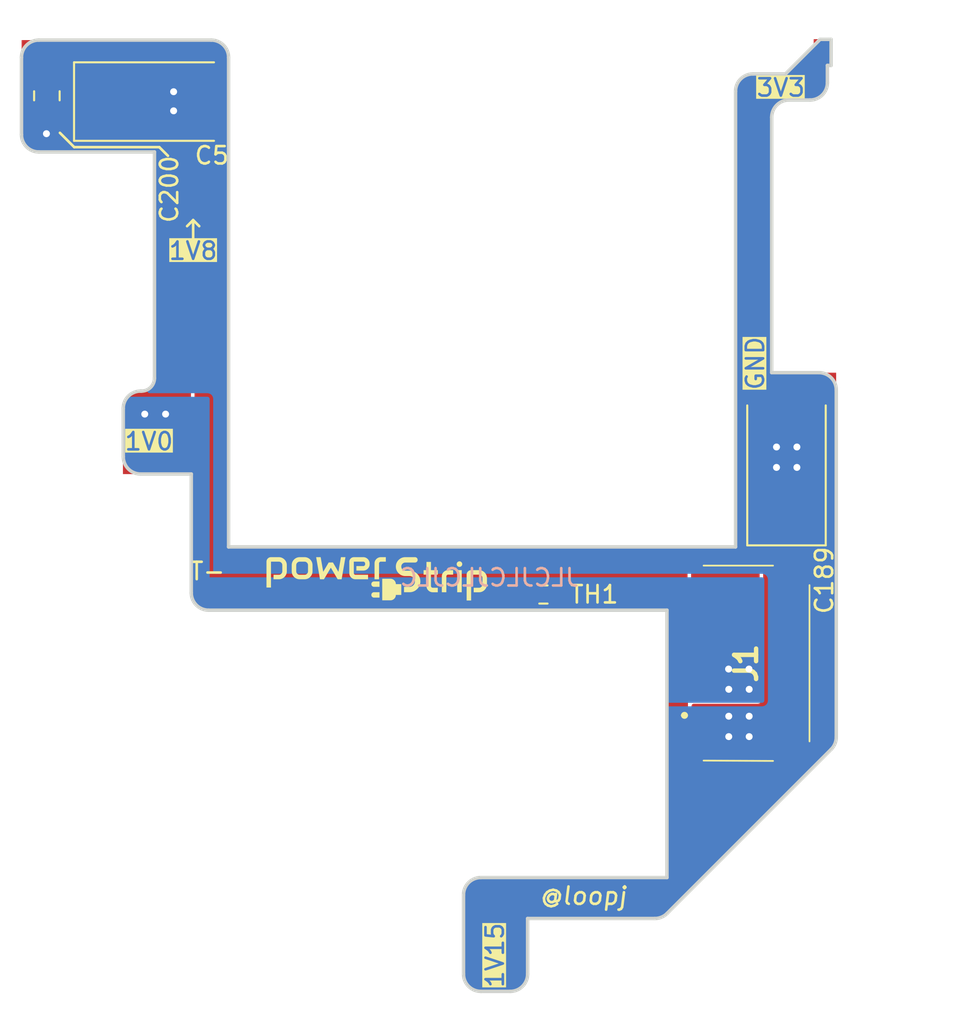
<source format=kicad_pcb>
(kicad_pcb (version 20240108) (generator "pcbnew") (generator_version "8.0")
  (layers (0 "F.Cu" signal) (31 "B.Cu" signal) (34 "B.Paste" user) (35 "F.Paste" user) (36 "B.SilkS" user "B.Silkscreen") (37 "F.SilkS" user "F.Silkscreen") (38 "B.Mask" user) (39 "F.Mask" user) (44 "Edge.Cuts" user))
  (net 0 "")
  (net 1 "GND")
  (net 2 "+3V3")
  (net 3 "+1V8")
  (net 4 "+1V0")
  (net 5 "Net-(TH1-Pad1)")
  (net 6 "+1V15")
  (footprint "project-footprints:TestPoint_Pad_3x1.0mm" (layer "F.Cu") (at 228.960308 85.365407)
    (property "Reference" "TP5" (hide yes))
    (property "Value" "GND" (hide yes))
  )
  (footprint "project-footprints:TestPoint_Pad_3x1.0mm" (layer "F.Cu") (at 212.19 118.41474 90)
    (property "Reference" "TP3" (hide yes))
    (property "Value" "1V15")
  )
  (footprint "Capacitor_Tantalum_SMD:CP_EIA-7343-20_Kemet-V" (layer "F.Cu") (at 190.975 69.25)
    (property "Reference" "C5")
    (property "Value" "150uF" (hide yes))
  )
  (footprint "TestPoint:TestPoint_Pad_D1.0mm" (layer "F.Cu") (at 194.200573 97.639621)
    (property "Reference" "TP6" (hide yes))
    (property "Value" "T-")
  )
  (footprint "project-footprints:5040500591" (layer "F.Cu") (at 225.275 101.6 -90)
    (property "Reference" "J1")
    (property "Value" "Power" (hide yes))
  )
  (footprint "project-footprints:TestPoint_Pad_1.5x1.0mm" (layer "F.Cu") (at 229.667702 66.406597 90)
    (property "Reference" "TP1" (hide yes))
    (property "Value" "3V3")
  )
  (footprint "project-footprints:TestPoint_Pad_3x1.0mm" (layer "F.Cu") (at 190.881382 90.204559)
    (property "Reference" "TP4" (hide yes))
    (property "Value" "1V0")
  )
  (footprint "Capacitor_SMD:C_0805_2012Metric" (layer "F.Cu") (at 185 68.917024 -90)
    (property "Reference" "C200")
    (property "Value" "11uF")
  )
  (footprint "Resistor_SMD:R_0603_1608Metric" (layer "F.Cu") (at 213.6 97.639621)
    (property "Reference" "TH1")
    (property "Value" "Thermistor_NTC" (hide yes))
  )
  (footprint "project-footprints:TestPoint_Pad_3x1.0mm" (layer "F.Cu") (at 185.046561 66.21)
    (property "Reference" "TP2" (hide yes))
    (property "Value" "1V8" (hide yes))
  )
  (footprint "Capacitor_Tantalum_SMD:CP_EIA-7343-20_Kemet-V" (layer "F.Cu") (at 227.6 90.4 90)
    (property "Reference" "C189")
    (property "Value" "220uF")
  )
  (gr_line (start 193.075 76.425) (end 193.425 76.075) (stroke (width 0.15)) (layer "F.SilkS"))
  (gr_poly (pts (xy 203.234419 95.489161) (xy 203.246962 95.489752) (xy 203.25935 95.490737) (xy 203.271582 95.492116) (xy 203.28366 95.493889) (xy 203.295582 95.496056) (xy 203.307349 95.498618) (xy 203.318961 95.501573) (xy 203.330418 95.504922) (xy 203.34172 95.508665) (xy 203.352866 95.512802) (xy 203.363858 95.517333) (xy 203.374694 95.522258) (xy 203.385375 95.527577) (xy 203.3959 95.53329) (xy 203.406271 95.539397) (xy 203.416596 95.545675) (xy 203.426651 95.552232) (xy 203.436436 95.559071) (xy 203.445951 95.56619) (xy 203.455195 95.57359) (xy 203.464169 95.58127) (xy 203.472873 95.589232) (xy 203.481307 95.597474) (xy 203.489471 95.605996) (xy 203.497364 95.6148) (xy 203.504987 95.623884) (xy 203.51234 95.633248) (xy 203.519422 95.642894) (xy 203.526234 95.65282) (xy 203.532777 95.663026) (xy 203.539048 95.673514) (xy 203.545156 95.684046) (xy 203.550869 95.69472) (xy 203.556188 95.705538) (xy 203.561113 95.716499) (xy 203.565645 95.727603) (xy 203.569782 95.73885) (xy 203.573525 95.750239) (xy 203.576874 95.761772) (xy 203.579829 95.773447) (xy 203.58239 95.785266) (xy 203.584557 95.797227) (xy 203.58633 95.809332) (xy 203.587709 95.821579) (xy 203.588694 95.833969) (xy 203.589285 95.846502) (xy 203.589482 95.859178) (xy 203.589482 95.894885) (xy 203.589285 95.907426) (xy 203.588694 95.919833) (xy 203.587709 95.932106) (xy 203.58633 95.944244) (xy 203.584557 95.956248) (xy 203.58239 95.968118) (xy 203.579829 95.979854) (xy 203.576874 95.991455) (xy 203.573525 96.002923) (xy 203.569782 96.014256) (xy 203.565645 96.025454) (xy 203.561113 96.036519) (xy 203.556188 96.047449) (xy 203.550869 96.058245) (xy 203.545156 96.068907) (xy 203.539048 96.079435) (xy 203.532777 96.089629) (xy 203.526234 96.099571) (xy 203.519422 96.10926) (xy 203.51234 96.118696) (xy 203.504987 96.127879) (xy 203.497364 96.136809) (xy 203.489471 96.145487) (xy 203.481307 96.153912) (xy 203.472873 96.162084) (xy 203.464169 96.170004) (xy 203.455195 96.177671) (xy 203.445951 96.185084) (xy 203.436436 96.192246) (xy 203.426651 96.199154) (xy 203.416596 96.20581) (xy 203.406271 96.212213) (xy 203.395874 96.218184) (xy 203.385326 96.223771) (xy 203.374626 96.228972) (xy 203.363774 96.233789) (xy 203.35277 96.238219) (xy 203.341615 96.242265) (xy 203.330308 96.245925) (xy 203.31885 96.2492) (xy 203.30724 96.25209) (xy 203.295478 96.254594) (xy 203.283564 96.256713) (xy 203.271499 96.258447) (xy 203.259282 96.259795) (xy 203.246913 96.260759) (xy 203.234393 96.261336) (xy 203.221721 96.261529) (xy 202.82562 96.261529) (xy 202.82562 96.003116) (xy 203.224176 96.003116) (xy 203.229673 96.002992) (xy 203.235061 96.002618) (xy 203.240342 96.001994) (xy 203.245515 96.001122) (xy 203.25058 96) (xy 203.255536 95.998629) (xy 203.260384 95.997009) (xy 203.265125 95.995139) (xy 203.269757 95.99302) (xy 203.274281 95.990651) (xy 203.278697 95.988034) (xy 203.283005 95.985167) (xy 203.287205 95.98205) (xy 203.291296 95.978685) (xy 203.29528 95.97507) (xy 203.299155 95.971205) (xy 203.303047 95.967164) (xy 203.306687 95.963015) (xy 203.310076 95.958761) (xy 203.313214 95.9544) (xy 203.316101 95.949932) (xy 203.318737 95.945359) (xy 203.321122 95.940679) (xy 203.323256 95.935892) (xy 203.325139 95.930999) (xy 203.326771 95.926) (xy 203.328151 95.920894) (xy 203.329281 95.915682) (xy 203.33016 95.910364) (xy 203.330787 95.904939) (xy 203.331164 95.899408) (xy 203.33129 95.89377) (xy 203.33129 95.859182) (xy 203.331164 95.853409) (xy 203.330787 95.847752) (xy 203.33016 95.84221) (xy 203.329281 95.836782) (xy 203.328151 95.83147) (xy 203.326771 95.826273) (xy 203.325139 95.821191) (xy 203.323256 95.816224) (xy 203.321122 95.811372) (xy 203.318737 95.806635) (xy 203.316101 95.802014) (xy 203.313214 95.797507) (xy 203.310076 95.793115) (xy 203.306687 95.788839) (xy 203.303047 95.784678) (xy 203.299155 95.780632) (xy 203.29528 95.77674) (xy 203.291296 95.7731) (xy 203.287204 95.769711) (xy 203.283004 95.766573) (xy 203.278696 95.763686) (xy 203.27428 95.76105) (xy 203.269756 95.758665) (xy 203.265124 95.756531) (xy 203.260384 95.754648) (xy 203.255535 95.753016) (xy 203.250579 95.751635) (xy 203.245514 95.750506) (xy 203.240342 95.749627) (xy 203.235061 95.748999) (xy 203.229672 95.748623) (xy 203.224176 95.748497) (xy 202.678114 95.748497) (xy 202.678114 96.403013) (xy 202.678224 96.408182) (xy 202.678553 96.413257) (xy 202.679102 96.418238) (xy 202.679871 96.423124) (xy 202.68086 96.427917) (xy 202.682068 96.432615) (xy 202.683496 96.43722) (xy 202.685144 96.44173) (xy 202.687011 96.446146) (xy 202.689098 96.450468) (xy 202.691404 96.454695) (xy 202.693931 96.458829) (xy 202.696676 96.462869) (xy 202.699642 96.466814) (xy 202.702827 96.470666) (xy 202.706232 96.474423) (xy 202.709823 96.47799) (xy 202.713512 96.481327) (xy 202.717299 96.484434) (xy 202.721183 96.48731) (xy 202.725165 96.489957) (xy 202.729245 96.492373) (xy 202.733422 96.49456) (xy 202.737697 96.496516) (xy 202.742069 96.498242) (xy 202.746539 96.499738) (xy 202.751107 96.501003) (xy 202.755773 96.502039) (xy 202.760536 96.502845) (xy 202.765396 96.50342) (xy 202.770355 96.503765) (xy 202.775411 96.50388) (xy 203.499772 96.50388) (xy 203.499772 96.76341) (xy 202.775186 96.76341) (xy 202.762978 96.763223) (xy 202.750901 96.76266) (xy 202.738955 96.761723) (xy 202.727139 96.760411) (xy 202.715454 96.758725) (xy 202.703899 96.756663) (xy 202.692476 96.754227) (xy 202.681183 96.751416) (xy 202.670021 96.74823) (xy 202.658989 96.744669) (xy 202.648088 96.740733) (xy 202.637318 96.736423) (xy 202.626679 96.731737) (xy 202.616171 96.726677) (xy 202.605793 96.721242) (xy 202.595546 96.715432) (xy 202.585549 96.70917) (xy 202.575811 96.702656) (xy 202.56633 96.695892) (xy 202.557108 96.688876) (xy 202.548143 96.68161) (xy 202.539437 96.674092) (xy 202.530988 96.666324) (xy 202.522798 96.658304) (xy 202.514865 96.650034) (xy 202.507191 96.641512) (xy 202.499774 96.632739) (xy 202.492616 96.623715) (xy 202.485716 96.61444) (xy 202.479073 96.604914) (xy 202.472689 96.595138) (xy 202.466563 96.58511) (xy 202.460753 96.574728) (xy 202.455318 96.564224) (xy 202.450258 96.553598) (xy 202.445572 96.54285) (xy 202.441262 96.53198) (xy 202.437326 96.520988) (xy 202.433765 96.509873) (xy 202.430579 96.498637) (xy 202.427768 96.487279) (xy 202.425331 96.475798) (xy 202.42327 96.464196) (xy 202.421583 96.452472) (xy 202.420271 96.440625) (xy 202.419334 96.428657) (xy 202.418772 96.416566) (xy 202.418584 96.404354) (xy 202.418584 95.752288) (xy 202.418896 95.738748) (xy 202.419833 95.725467) (xy 202.421393 95.712444) (xy 202.423578 95.699679) (xy 202.426386 95.687172) (xy 202.429819 95.674923) (xy 202.433876 95.662932) (xy 202.438557 95.651199) (xy 202.443862 95.639724) (xy 202.449792 95.628507) (xy 202.456345 95.617548) (xy 202.463523 95.606847) (xy 202.471324 95.596404) (xy 202.47975 95.586219) (xy 202.4888 95.576292) (xy 202.498474 95.566623) (xy 202.508586 95.557219) (xy 202.518949 95.548422) (xy 202.529563 95.540231) (xy 202.540427 95.532647) (xy 202.551543 95.52567) (xy 202.56291 95.5193) (xy 202.574528 95.513536) (xy 202.586397 95.508379) (xy 202.598517 95.503829) (xy 202.610889 95.499885) (xy 202.623511 95.496548) (xy 202.636384 95.493818) (xy 202.649509 95.491694) (xy 202.662884 95.490177) (xy 202.676511 95.489267) (xy 202.690388 95.488964) (xy 203.221721 95.488964)) (stroke (width -0.000001)) (fill solid) (layer "F.SilkS"))
  (gr_line (start 193.425 76.075) (end 193.775 76.425) (stroke (width 0.15)) (layer "F.SilkS"))
  (gr_line (start 191.975 72.375) (end 191.475 71.875) (stroke (width 0.15)) (layer "F.SilkS"))
  (gr_poly (pts (xy 204.158549 97.819118) (xy 203.844732 97.819118) (xy 203.836481 97.818943) (xy 203.828398 97.81842) (xy 203.820483 97.817548) (xy 203.812738 97.816326) (xy 203.80516 97.814756) (xy 203.797752 97.812836) (xy 203.790512 97.810568) (xy 203.78344 97.80795) (xy 203.776537 97.804984) (xy 203.769803 97.801669) (xy 203.763237 97.798004) (xy 203.756839 97.793991) (xy 203.75061 97.789629) (xy 203.74455 97.784918) (xy 203.738658 97.779857) (xy 203.732935 97.774448) (xy 203.727472 97.768781) (xy 203.722362 97.762947) (xy 203.717604 97.756946) (xy 203.713199 97.750778) (xy 203.709146 97.744443) (xy 203.705445 97.737942) (xy 203.702097 97.731273) (xy 203.699101 97.724438) (xy 203.696458 97.717435) (xy 203.694167 97.710266) (xy 203.692229 97.70293) (xy 203.690643 97.695427) (xy 203.689409 97.687757) (xy 203.688528 97.67992) (xy 203.688 97.671916) (xy 203.687823 97.663745) (xy 203.688 97.655575) (xy 203.688528 97.647571) (xy 203.689409 97.639734) (xy 203.690643 97.632064) (xy 203.692229 97.624561) (xy 203.694167 97.617225) (xy 203.696458 97.610055) (xy 203.699101 97.603053) (xy 203.702097 97.596217) (xy 203.705445 97.589549) (xy 203.709146 97.583047) (xy 203.713199 97.576712) (xy 203.717604 97.570544) (xy 203.722362 97.564544) (xy 203.727472 97.558709) (xy 203.732935 97.553042) (xy 203.738658 97.547633) (xy 203.74455 97.542573) (xy 203.75061 97.537862) (xy 203.756839 97.533499) (xy 203.763237 97.529486) (xy 203.769803 97.525822) (xy 203.776537 97.522507) (xy 203.78344 97.51954) (xy 203.790512 97.516923) (xy 203.797752 97.514655) (xy 203.80516 97.512735) (xy 203.812738 97.511165) (xy 203.820483 97.509943) (xy 203.828398 97.509071) (xy 203.836481 97.508547) (xy 203.844732 97.508373) (xy 204.158549 97.508373)) (stroke (width -0.000001)) (fill solid) (layer "F.SilkS"))
  (gr_line (start 191.475 71.875) (end 186.575 71.875) (stroke (width 0.15)) (layer "F.SilkS"))
  (gr_poly (pts (xy 208.399598 96.494725) (xy 208.115295 96.494725) (xy 208.109793 96.494845) (xy 208.104389 96.495206) (xy 208.099082 96.495808) (xy 208.093872 96.49665) (xy 208.088761 96.497732) (xy 208.083747 96.499056) (xy 208.07883 96.500619) (xy 208.074011 96.502424) (xy 208.06929 96.504469) (xy 208.064667 96.506754) (xy 208.060141 96.509281) (xy 208.055712 96.512047) (xy 208.051382 96.515055) (xy 208.047148 96.518303) (xy 208.043013 96.521792) (xy 208.038975 96.525521) (xy 208.035246 96.529282) (xy 208.031757 96.533146) (xy 208.028509 96.537113) (xy 208.025502 96.541183) (xy 208.022735 96.545356) (xy 208.020209 96.549632) (xy 208.017923 96.55401) (xy 208.015878 96.558492) (xy 208.014074 96.563076) (xy 208.01251 96.567763) (xy 208.011187 96.572553) (xy 208.010104 96.577446) (xy 208.009262 96.582441) (xy 208.008661 96.58754) (xy 208.0083 96.592741) (xy 208.00818 96.598046) (xy 208.00818 97.510753) (xy 207.748649 97.510753) (xy 207.748873 96.593137) (xy 207.749065 96.580929) (xy 207.74964 96.568855) (xy 207.750599 96.556912) (xy 207.751941 96.545103) (xy 207.753668 96.533425) (xy 207.755777 96.521881) (xy 207.75827 96.510468) (xy 207.761147 96.499189) (xy 207.764407 96.488041) (xy 207.768051 96.477027) (xy 207.772078 96.466144) (xy 207.776489 96.455394) (xy 207.781284 96.444777) (xy 207.786462 96.434292) (xy 207.792023 96.423939) (xy 207.797968 96.413719) (xy 207.804398 96.403695) (xy 207.811079 96.393928) (xy 207.81801 96.38442) (xy 207.825193 96.375169) (xy 207.832627 96.366177) (xy 207.840312 96.357443) (xy 207.848248 96.348966) (xy 207.856435 96.340748) (xy 207.864873 96.332788) (xy 207.873562 96.325085) (xy 207.882502 96.317641) (xy 207.891694 96.310454) (xy 207.901136 96.303526) (xy 207.910829 96.296856) (xy 207.920774 96.290443) (xy 207.930969 96.284289) (xy 207.941497 96.278506) (xy 207.952159 96.273096) (xy 207.962955 96.26806) (xy 207.973885 96.263396) (xy 207.98495 96.259106) (xy 207.996149 96.255189) (xy 208.007482 96.251645) (xy 208.018949 96.248474) (xy 208.03055 96.245676) (xy 208.042286 96.243251) (xy 208.054156 96.241199) (xy 208.06616 96.23952) (xy 208.078298 96.238215) (xy 208.090571 96.237282) (xy 208.102978 96.236722) (xy 208.115519 96.236536) (xy 208.399598 96.236536)) (stroke (width -0.000001)) (fill solid) (layer "F.SilkS"))
  (gr_poly (pts (xy 201.976958 96.763181) (xy 201.74934 96.763181) (xy 201.354355 96.095502) (xy 200.958478 96.763404) (xy 200.730859 96.763404) (xy 200.509488 95.489187) (xy 200.770135 95.488964) (xy 200.916524 96.332939) (xy 201.231396 95.795133) (xy 201.476198 95.795133) (xy 201.79107 96.332939) (xy 201.93746 95.488964) (xy 202.19699 95.488964)) (stroke (width -0.000001)) (fill solid) (layer "F.SilkS"))
  (gr_poly (pts (xy 206.206611 95.488704) (xy 206.214694 95.489228) (xy 206.222609 95.4901) (xy 206.230355 95.491322) (xy 206.237932 95.492892) (xy 206.245341 95.494812) (xy 206.252581 95.49708) (xy 206.259652 95.499697) (xy 206.266555 95.502664) (xy 206.27329 95.505979) (xy 206.279856 95.509643) (xy 206.286253 95.513656) (xy 206.292482 95.518019) (xy 206.298542 95.52273) (xy 206.304434 95.52779) (xy 206.310157 95.533199) (xy 206.31562 95.538867) (xy 206.32073 95.544701) (xy 206.325488 95.550702) (xy 206.329893 95.55687) (xy 206.333946 95.563204) (xy 206.337647 95.569706) (xy 206.340995 95.576375) (xy 206.343991 95.58321) (xy 206.346634 95.590212) (xy 206.348925 95.597382) (xy 206.350863 95.604718) (xy 206.352449 95.612221) (xy 206.353682 95.619891) (xy 206.354563 95.627728) (xy 206.355092 95.635732) (xy 206.355268 95.643903) (xy 206.355092 95.652073) (xy 206.354563 95.660077) (xy 206.353682 95.667914) (xy 206.352449 95.675584) (xy 206.350863 95.683087) (xy 206.348925 95.690423) (xy 206.346634 95.697592) (xy 206.343991 95.704595) (xy 206.340995 95.71143) (xy 206.337647 95.718099) (xy 206.333946 95.724601) (xy 206.329893 95.730935) (xy 206.325488 95.737103) (xy 206.32073 95.743104) (xy 206.31562 95.748938) (xy 206.310157 95.754605) (xy 206.304434 95.760015) (xy 206.298542 95.765075) (xy 206.292482 95.769786) (xy 206.286253 95.774148) (xy 206.279856 95.778162) (xy 206.27329 95.781826) (xy 206.266555 95.785141) (xy 206.259652 95.788108) (xy 206.252581 95.790725) (xy 206.245341 95.792993) (xy 206.237932 95.794913) (xy 206.230355 95.796483) (xy 206.222609 95.797705) (xy 206.214694 95.798577) (xy 206.206611 95.799101) (xy 206.19836 95.799275) (xy 205.64918 95.799275) (xy 205.637037 95.799541) (xy 205.625123 95.800337) (xy 205.613439 95.801665) (xy 205.601985 95.803523) (xy 205.590761 95.805913) (xy 205.579767 95.808834) (xy 205.569002 95.812286) (xy 205.558468 95.816269) (xy 205.548163 95.820783) (xy 205.538088 95.825828) (xy 205.528243 95.831404) (xy 205.518628 95.837511) (xy 205.509242 95.844149) (xy 205.500086 95.851319) (xy 205.491161 95.859019) (xy 205.482465 95.86725) (xy 205.474152 95.875861) (xy 205.466376 95.8847) (xy 205.459136 95.893766) (xy 205.452432 95.903059) (xy 205.446264 95.91258) (xy 205.440633 95.922329) (xy 205.435538 95.932305) (xy 205.43098 95.942509) (xy 205.426957 95.952941) (xy 205.423471 95.9636) (xy 205.420522 95.974486) (xy 205.418108 95.985601) (xy 205.416231 95.996942) (xy 205.41489 96.008512) (xy 205.414086 96.020309) (xy 205.413818 96.032334) (xy 205.414086 96.044358) (xy 205.41489 96.056156) (xy 205.416231 96.067725) (xy 205.418108 96.079067) (xy 205.420522 96.090181) (xy 205.423471 96.101068) (xy 205.426957 96.111727) (xy 205.43098 96.122158) (xy 205.435538 96.132362) (xy 205.440633 96.142339) (xy 205.446264 96.152087) (xy 205.452432 96.161608) (xy 205.459136 96.170902) (xy 205.466376 96.179968) (xy 205.474152 96.188806) (xy 205.482465 96.197417) (xy 205.491161 96.205648) (xy 205.500086 96.213349) (xy 205.509242 96.220518) (xy 205.518628 96.227156) (xy 205.528243 96.233264) (xy 205.538088 96.23884) (xy 205.548163 96.243885) (xy 205.558468 96.248399) (xy 205.569002 96.252382) (xy 205.579767 96.255834) (xy 205.590761 96.258754) (xy 205.601985 96.261144) (xy 205.613439 96.263003) (xy 205.625123 96.26433) (xy 205.637037 96.265127) (xy 205.64918 96.265393) (xy 205.884543 96.265393) (xy 205.916615 96.266106) (xy 205.948104 96.268245) (xy 205.97901 96.271811) (xy 206.009335 96.276803) (xy 206.039077 96.283221) (xy 206.068237 96.291065) (xy 206.096814 96.300336) (xy 206.12481 96.311033) (xy 206.152223 96.323157) (xy 206.179053 96.336706) (xy 206.205302 96.351682) (xy 206.230968 96.368084) (xy 206.256052 96.385913) (xy 206.280553 96.405167) (xy 206.304473 96.425848) (xy 206.32781 96.447955) (xy 206.350135 96.471064) (xy 206.371021 96.494749) (xy 206.390466 96.519011) (xy 206.40847 96.543849) (xy 206.425035 96.569264) (xy 206.440159 96.595256) (xy 206.453842 96.621824) (xy 206.466085 96.648968) (xy 206.476888 96.67669) (xy 206.486251 96.704988) (xy 206.494173 96.733862) (xy 206.500655 96.763313) (xy 206.505696 96.79334) (xy 206.509297 96.823945) (xy 206.511457 96.855125) (xy 206.512178 96.886883) (xy 206.511457 96.91864) (xy 206.509297 96.949821) (xy 206.505696 96.980425) (xy 206.500655 97.010452) (xy 206.494173 97.039903) (xy 206.486251 97.068778) (xy 206.476888 97.097076) (xy 206.466085 97.124797) (xy 206.453842 97.151941) (xy 206.440159 97.17851) (xy 206.425035 97.204501) (xy 206.40847 97.229916) (xy 206.390466 97.254754) (xy 206.371021 97.279016) (xy 206.350135 97.302701) (xy 206.32781 97.32581) (xy 206.304473 97.347917) (xy 206.280553 97.368598) (xy 206.256052 97.387853) (xy 206.230968 97.405681) (xy 206.205302 97.422083) (xy 206.179053 97.437059) (xy 206.152223 97.450609) (xy 206.12481 97.462732) (xy 206.096814 97.473429) (xy 206.068237 97.4827) (xy 206.039077 97.490544) (xy 206.009335 97.496963) (xy 205.97901 97.501955) (xy 205.948104 97.50552) (xy 205.916615 97.50766) (xy 205.884543 97.508373) (xy 205.570726 97.508373) (xy 205.570726 97.197628) (xy 205.884543 97.197628) (xy 205.900579 97.197271) (xy 205.916323 97.196201) (xy 205.931777 97.194419) (xy 205.946939 97.191923) (xy 205.96181 97.188714) (xy 205.97639 97.184791) (xy 205.990679 97.180156) (xy 206.004676 97.174807) (xy 206.018383 97.168746) (xy 206.031798 97.161971) (xy 206.044922 97.154483) (xy 206.057756 97.146282) (xy 206.070298 97.137368) (xy 206.082548 97.12774) (xy 206.094508 97.1174) (xy 206.106177 97.106346) (xy 206.11734 97.094792) (xy 206.127782 97.082949) (xy 206.137505 97.070819) (xy 206.146507 97.058399) (xy 206.154789 97.045692) (xy 206.162351 97.032696) (xy 206.169192 97.019412) (xy 206.175314 97.00584) (xy 206.180715 96.991979) (xy 206.185396 96.97783) (xy 206.189357 96.963393) (xy 206.192598 96.948668) (xy 206.195119 96.933654) (xy 206.196919 96.918352) (xy 206.197999 96.902761) (xy 206.19836 96.886883) (xy 206.197999 96.871004) (xy 206.196919 96.855414) (xy 206.195119 96.840112) (xy 206.192598 96.825098) (xy 206.189357 96.810372) (xy 206.185396 96.795935) (xy 206.180715 96.781786) (xy 206.175314 96.767926) (xy 206.169192 96.754353) (xy 206.162351 96.741069) (xy 206.154789 96.728073) (xy 206.146507 96.715366) (xy 206.137505 96.702947) (xy 206.127782 96.690816) (xy 206.11734 96.678973) (xy 206.106177 96.667419) (xy 206.094508 96.656365) (xy 206.082548 96.646025) (xy 206.070298 96.636398) (xy 206.057756 96.627483) (xy 206.044922 96.619282) (xy 206.031798 96.611794) (xy 206.018383 96.60502) (xy 206.004676 96.598958) (xy 205.990679 96.593609) (xy 205.97639 96.588974) (xy 205.96181 96.585052) (xy 205.946939 96.581843) (xy 205.931777 96.579347) (xy 205.916323 96.577564) (xy 205.900579 96.576494) (xy 205.884543 96.576138) (xy 205.64918 96.576138) (xy 205.621001 96.575515) (xy 205.593343 96.573649) (xy 205.566206 96.570539) (xy 205.53959 96.566184) (xy 205.513495 96.560585) (xy 205.48792 96.553742) (xy 205.462867 96.545655) (xy 205.438335 96.536323) (xy 205.414323 96.525748) (xy 205.390833 96.513928) (xy 205.367864 96.500864) (xy 205.345415 96.486556) (xy 205.323488 96.471003) (xy 205.302081 96.454207) (xy 205.281196 96.436166) (xy 205.260831 96.416881) (xy 205.241356 96.396716) (xy 205.223136 96.376035) (xy 205.206174 96.354838) (xy 205.190468 96.333125) (xy 205.176018 96.310897) (xy 205.162825 96.288152) (xy 205.150888 96.264892) (xy 205.140208 96.241116) (xy 205.130784 96.216824) (xy 205.122617 96.192016) (xy 205.115706 96.166692) (xy 205.110052 96.140852) (xy 205.105654 96.114496) (xy 205.102513 96.087625) (xy 205.100628 96.060237) (xy 205.1 96.032334) (xy 205.100628 96.00443) (xy 205.102513 95.977043) (xy 205.105654 95.950171) (xy 205.110052 95.923816) (xy 205.115706 95.897976) (xy 205.122617 95.872652) (xy 205.130784 95.847844) (xy 205.140208 95.823552) (xy 205.150888 95.799776) (xy 205.162825 95.776515) (xy 205.176018 95.753771) (xy 205.190468 95.731542) (xy 205.206174 95.70983) (xy 205.223136 95.688633) (xy 205.241356 95.667952) (xy 205.260831 95.647787) (xy 205.281196 95.628502) (xy 205.302081 95.610461) (xy 205.323488 95.593664) (xy 205.345415 95.578112) (xy 205.367864 95.563804) (xy 205.390833 95.55074) (xy 205.414323 95.53892) (xy 205.438335 95.528344) (xy 205.462867 95.519013) (xy 205.48792 95.510926) (xy 205.513495 95.504082) (xy 205.53959 95.498484) (xy 205.566206 95.494129) (xy 205.593343 95.491018) (xy 205.621001 95.489152) (xy 205.64918 95.48853) (xy 206.19836 95.48853)) (stroke (width -0.000001)) (fill solid) (layer "F.SilkS"))
  (gr_poly (pts (xy 204.158549 97.197628) (xy 203.844732 97.197628) (xy 203.836481 97.197453) (xy 203.828398 97.19693) (xy 203.820483 97.196057) (xy 203.812738 97.194836) (xy 203.80516 97.193265) (xy 203.797752 97.191346) (xy 203.790512 97.189078) (xy 203.78344 97.18646) (xy 203.776537 97.183494) (xy 203.769803 97.180179) (xy 203.763237 97.176514) (xy 203.756839 97.172501) (xy 203.75061 97.168139) (xy 203.74455 97.163428) (xy 203.738658 97.158367) (xy 203.732935 97.152958) (xy 203.727472 97.147291) (xy 203.722362 97.141457) (xy 203.717604 97.135456) (xy 203.713199 97.129288) (xy 203.709146 97.122953) (xy 203.705445 97.116452) (xy 203.702097 97.109783) (xy 203.699101 97.102948) (xy 203.696458 97.095945) (xy 203.694167 97.088776) (xy 203.692229 97.08144) (xy 203.690643 97.073937) (xy 203.689409 97.066267) (xy 203.688528 97.05843) (xy 203.688 97.050426) (xy 203.687823 97.042255) (xy 203.688 97.034085) (xy 203.688528 97.026081) (xy 203.689409 97.018244) (xy 203.690643 97.010574) (xy 203.692229 97.003071) (xy 203.694167 96.995734) (xy 203.696458 96.988565) (xy 203.699101 96.981563) (xy 203.702097 96.974727) (xy 203.705445 96.968059) (xy 203.709146 96.961557) (xy 203.713199 96.955222) (xy 203.717604 96.949054) (xy 203.722362 96.943053) (xy 203.727472 96.937219) (xy 203.732935 96.931552) (xy 203.738658 96.926143) (xy 203.74455 96.921083) (xy 203.75061 96.916372) (xy 203.756839 96.912009) (xy 203.763237 96.907996) (xy 203.769803 96.904332) (xy 203.776537 96.901016) (xy 203.78344 96.89805) (xy 203.790512 96.895433) (xy 203.797752 96.893164) (xy 203.80516 96.891245) (xy 203.812738 96.889675) (xy 203.820483 96.888453) (xy 203.828398 96.887581) (xy 203.836481 96.887057) (xy 203.844732 96.886883) (xy 204.158549 96.886883)) (stroke (width -0.000001)) (fill solid) (layer "F.SilkS"))
  (gr_poly (pts (xy 207.122702 96.236536) (xy 207.515232 96.236536) (xy 207.515232 96.496065) (xy 207.122702 96.496065) (xy 207.122702 97.149241) (xy 207.122827 97.154415) (xy 207.123204 97.159503) (xy 207.123831 97.164506) (xy 207.12471 97.169423) (xy 207.12584 97.174254) (xy 207.12722 97.179001) (xy 207.128852 97.183662) (xy 207.130735 97.188237) (xy 207.132869 97.192727) (xy 207.135254 97.197131) (xy 207.13789 97.201451) (xy 207.140777 97.205684) (xy 207.143915 97.209833) (xy 207.147304 97.213896) (xy 207.150944 97.217873) (xy 207.154836 97.221766) (xy 207.159013 97.225333) (xy 207.163288 97.22867) (xy 207.16766 97.231777) (xy 207.17213 97.234654) (xy 207.176698 97.2373) (xy 207.181363 97.239717) (xy 207.186126 97.241903) (xy 207.190987 97.243859) (xy 207.195945 97.245585) (xy 207.201001 97.247081) (xy 207.206154 97.248347) (xy 207.211405 97.249382) (xy 207.216754 97.250188) (xy 207.222201 97.250763) (xy 207.227745 97.251108) (xy 207.233386 97.251223) (xy 207.51523 97.251223) (xy 207.51523 97.510976) (xy 207.229592 97.510976) (xy 207.217078 97.510789) (xy 207.204696 97.510227) (xy 207.192447 97.509289) (xy 207.180331 97.507978) (xy 207.168347 97.506291) (xy 207.156495 97.50423) (xy 207.144776 97.501793) (xy 207.133189 97.498982) (xy 207.121735 97.495796) (xy 207.110413 97.492235) (xy 207.099224 97.4883) (xy 207.088168 97.48399) (xy 207.077244 97.479304) (xy 207.066452 97.474244) (xy 207.055793 97.46881) (xy 207.045266 97.463) (xy 207.035072 97.456737) (xy 207.02513 97.45022) (xy 207.015441 97.443451) (xy 207.006005 97.43643) (xy 206.996822 97.429155) (xy 206.987891 97.421628) (xy 206.979214 97.413848) (xy 206.970789 97.405816) (xy 206.962616 97.39753) (xy 206.954697 97.388992) (xy 206.94703 97.380201) (xy 206.939616 97.371157) (xy 206.932455 97.361861) (xy 206.925547 97.352311) (xy 206.918891 97.342509) (xy 206.912488 97.332454) (xy 206.906543 97.322067) (xy 206.900982 97.311547) (xy 206.895804 97.300895) (xy 206.89101 97.29011) (xy 206.886599 97.279193) (xy 206.882572 97.268143) (xy 206.878928 97.256961) (xy 206.875668 97.245646) (xy 206.872792 97.234199) (xy 206.870299 97.222619) (xy 206.868189 97.210907) (xy 206.866463 97.199062) (xy 206.865121 97.187085) (xy 206.864162 97.174975) (xy 206.863587 97.162733) (xy 206.863395 97.150358) (xy 206.863395 96.496067) (xy 206.697144 96.496067) (xy 206.697144 96.236536) (xy 206.863172 96.236536) (xy 206.863172 95.761661) (xy 207.122702 95.761661)) (stroke (width -0.000001)) (fill solid) (layer "F.SilkS"))
  (gr_line (start 186.575 71.875) (end 185.75 71.05) (stroke (width 0.15)) (layer "F.SilkS"))
  (gr_poly (pts (xy 204.802219 96.731867) (xy 204.817963 96.732936) (xy 204.833416 96.734719) (xy 204.848579 96.737215) (xy 204.86345 96.740424) (xy 204.87803 96.744347) (xy 204.892319 96.748982) (xy 204.906316 96.75433) (xy 204.920023 96.760392) (xy 204.933438 96.767167) (xy 204.946562 96.774655) (xy 204.959396 96.782856) (xy 204.971938 96.79177) (xy 204.984188 96.801397) (xy 204.996148 96.811738) (xy 205.007817 96.822792) (xy 205.018979 96.834346) (xy 205.029422 96.846188) (xy 205.039145 96.858319) (xy 205.048147 96.870739) (xy 205.056429 96.883446) (xy 205.063991 96.896442) (xy 205.070833 96.909726) (xy 205.076954 96.923298) (xy 205.082356 96.937159) (xy 205.087037 96.951308) (xy 205.090998 96.965745) (xy 205.094239 96.98047) (xy 205.096759 96.995484) (xy 205.09856 97.010786) (xy 205.09964 97.026377) (xy 205.1 97.042255) (xy 205.413818 97.042255) (xy 205.413818 97.663745) (xy 205.1 97.663745) (xy 205.09964 97.679624) (xy 205.09856 97.695214) (xy 205.096759 97.710516) (xy 205.094239 97.72553) (xy 205.090998 97.740256) (xy 205.087037 97.754693) (xy 205.082356 97.768842) (xy 205.076954 97.782702) (xy 205.070833 97.796275) (xy 205.063991 97.809559) (xy 205.056429 97.822555) (xy 205.048147 97.835262) (xy 205.039145 97.847681) (xy 205.029422 97.859812) (xy 205.018979 97.871655) (xy 205.007817 97.883209) (xy 204.996148 97.894263) (xy 204.984188 97.904603) (xy 204.971938 97.91423) (xy 204.959396 97.923145) (xy 204.946562 97.931346) (xy 204.933438 97.938834) (xy 204.920023 97.945608) (xy 204.906316 97.95167) (xy 204.892319 97.957019) (xy 204.87803 97.961654) (xy 204.86345 97.965576) (xy 204.848579 97.968785) (xy 204.833416 97.971281) (xy 204.817963 97.973064) (xy 204.802219 97.974134) (xy 204.786183 97.97449) (xy 204.315457 97.97449) (xy 204.315457 96.73151) (xy 204.786183 96.73151)) (stroke (width -0.000001)) (fill solid) (layer "F.SilkS"))
  (gr_poly (pts (xy 208.772021 95.729708) (xy 208.780101 95.730257) (xy 208.788026 95.731173) (xy 208.795796 95.732455) (xy 208.80341 95.734102) (xy 208.810869 95.736116) (xy 208.818173 95.738496) (xy 208.825322 95.741242) (xy 208.832316 95.744354) (xy 208.839154 95.747832) (xy 208.845837 95.751676) (xy 208.852366 95.755886) (xy 208.858738 95.760463) (xy 208.864956 95.765405) (xy 208.871019 95.770713) (xy 208.876926 95.776387) (xy 208.882601 95.782321) (xy 208.88791 95.788407) (xy 208.892852 95.794644) (xy 208.897429 95.801032) (xy 208.901639 95.807573) (xy 208.905483 95.814265) (xy 208.908962 95.821108) (xy 208.912074 95.828104) (xy 208.914819 95.835251) (xy 208.917199 95.842549) (xy 208.919213 95.85) (xy 208.92086 95.857602) (xy 208.922142 95.865356) (xy 208.923057 95.873261) (xy 208.923606 95.881319) (xy 208.923789 95.889528) (xy 208.923606 95.897737) (xy 208.923057 95.905797) (xy 208.922142 95.913707) (xy 208.92086 95.921467) (xy 208.919213 95.929078) (xy 208.917199 95.936538) (xy 208.914819 95.943848) (xy 208.912074 95.951008) (xy 208.908962 95.958018) (xy 208.905483 95.964879) (xy 208.901639 95.971589) (xy 208.897429 95.978149) (xy 208.892852 95.98456) (xy 208.88791 95.99082) (xy 208.882601 95.996931) (xy 208.876926 96.002891) (xy 208.870993 96.008566) (xy 208.864908 96.013875) (xy 208.858671 96.018817) (xy 208.852282 96.023394) (xy 208.845742 96.027604) (xy 208.83905 96.031448) (xy 208.832206 96.034927) (xy 208.825211 96.038039) (xy 208.818064 96.040784) (xy 208.810765 96.043164) (xy 208.803314 96.045178) (xy 208.795712 96.046825) (xy 208.787958 96.048107) (xy 208.780053 96.049022) (xy 208.771995 96.049571) (xy 208.763786 96.049754) (xy 208.755576 96.049571) (xy 208.747516 96.049022) (xy 208.739606 96.048107) (xy 208.731846 96.046825) (xy 208.724236 96.045178) (xy 208.716776 96.043164) (xy 208.709466 96.040784) (xy 208.702305 96.038039) (xy 208.695295 96.034927) (xy 208.688435 96.031448) (xy 208.681724 96.027604) (xy 208.675164 96.023394) (xy 208.668754 96.018817) (xy 208.662493 96.013875) (xy 208.656383 96.008566) (xy 208.650422 96.002891) (xy 208.644747 95.996957) (xy 208.639438 95.990869) (xy 208.634496 95.984628) (xy 208.629919 95.978233) (xy 208.625709 95.971685) (xy 208.621865 95.964983) (xy 208.618387 95.958128) (xy 208.615275 95.951119) (xy 208.612529 95.943957) (xy 208.61015 95.936642) (xy 208.608136 95.929173) (xy 208.606489 95.921551) (xy 208.605207 95.913775) (xy 208.604292 95.905846) (xy 208.603743 95.897763) (xy 208.60356 95.889528) (xy 208.603743 95.881319) (xy 208.604292 95.873262) (xy 208.605207 95.865356) (xy 208.606489 95.857603) (xy 208.608136 95.850001) (xy 208.61015 95.84255) (xy 208.612529 95.835251) (xy 208.615275 95.828104) (xy 208.618387 95.821109) (xy 208.621865 95.814265) (xy 208.625709 95.807573) (xy 208.629919 95.801033) (xy 208.634496 95.794644) (xy 208.639438 95.788407) (xy 208.644747 95.782321) (xy 208.650422 95.776387) (xy 208.656356 95.770712) (xy 208.662444 95.765404) (xy 208.668686 95.760461) (xy 208.675081 95.755884) (xy 208.681629 95.751674) (xy 208.688331 95.747829) (xy 208.695186 95.744351) (xy 208.702194 95.741239) (xy 208.709356 95.738493) (xy 208.716672 95.736114) (xy 208.724141 95.7341) (xy 208.731763 95.732452) (xy 208.739539 95.731171) (xy 208.747468 95.730256) (xy 208.75555 95.729707) (xy 208.763786 95.729524)) (stroke (width -0.000001)) (fill solid) (layer "F.SilkS"))
  (gr_poly (pts (xy 198.375118 95.489209) (xy 198.390678 95.489944) (xy 198.406067 95.491169) (xy 198.421285 95.492883) (xy 198.436332 95.495088) (xy 198.451209 95.497782) (xy 198.465914 95.500967) (xy 198.480449 95.504641) (xy 198.494813 95.508805) (xy 198.509006 95.513459) (xy 198.523028 95.518603) (xy 198.536879 95.524237) (xy 198.55056 95.53036) (xy 198.56407 95.536974) (xy 198.577408 95.544077) (xy 198.590576 95.551671) (xy 198.603463 95.559533) (xy 198.616016 95.567724) (xy 198.628234 95.576242) (xy 198.640117 95.585088) (xy 198.651665 95.594262) (xy 198.662879 95.603763) (xy 198.673758 95.613592) (xy 198.684302 95.623749) (xy 198.694511 95.634234) (xy 198.704386 95.645047) (xy 198.713926 95.656187) (xy 198.723131 95.667655) (xy 198.732001 95.679451) (xy 198.740537 95.691575) (xy 198.748738 95.704027) (xy 198.756604 95.716806) (xy 198.764198 95.729786) (xy 198.771301 95.74295) (xy 198.777914 95.756299) (xy 198.784038 95.769833) (xy 198.789672 95.783552) (xy 198.794816 95.797455) (xy 198.79947 95.811544) (xy 198.803634 95.825817) (xy 198.807308 95.840275) (xy 198.810492 95.854917) (xy 198.813187 95.869745) (xy 198.815391 95.884758) (xy 198.817106 95.899955) (xy 198.818331 95.915337) (xy 198.819066 95.930904) (xy 198.81931 95.946655) (xy 198.81931 96.303258) (xy 198.819066 96.319016) (xy 198.818331 96.334601) (xy 198.817106 96.350013) (xy 198.815391 96.365253) (xy 198.813187 96.38032) (xy 198.810492 96.395215) (xy 198.807308 96.409937) (xy 198.803634 96.424487) (xy 198.79947 96.438864) (xy 198.794816 96.453068) (xy 198.789672 96.4671) (xy 198.784038 96.480959) (xy 198.777914 96.494646) (xy 198.771301 96.50816) (xy 198.764198 96.521502) (xy 198.756604 96.534671) (xy 198.748738 96.547563) (xy 198.740537 96.560131) (xy 198.732001 96.572375) (xy 198.723131 96.584295) (xy 198.713926 96.59589) (xy 198.704386 96.607161) (xy 198.694511 96.618108) (xy 198.684302 96.62873) (xy 198.673758 96.639029) (xy 198.662879 96.649003) (xy 198.651665 96.658652) (xy 198.640117 96.667978) (xy 198.628234 96.676979) (xy 198.616016 96.685656) (xy 198.603464 96.694008) (xy 198.590577 96.702036) (xy 198.577409 96.709468) (xy 198.56407 96.716419) (xy 198.55056 96.722892) (xy 198.53688 96.728885) (xy 198.523029 96.734398) (xy 198.509007 96.739432) (xy 198.494813 96.743987) (xy 198.48045 96.748062) (xy 198.465915 96.751658) (xy 198.451209 96.754775) (xy 198.436333 96.757411) (xy 198.421286 96.759569) (xy 198.406067 96.761247) (xy 198.390678 96.762446) (xy 198.375118 96.763165) (xy 198.359388 96.763404) (xy 198.055449 96.763404) (xy 198.055449 96.503877) (xy 198.359387 96.503877) (xy 198.369719 96.503646) (xy 198.379851 96.502953) (xy 198.389782 96.501798) (xy 198.399513 96.500181) (xy 198.409043 96.498101) (xy 198.418373 96.49556) (xy 198.427502 96.492557) (xy 198.436431 96.489092) (xy 198.44516 96.485165) (xy 198.453687 96.480776) (xy 198.462015 96.475925) (xy 198.470142 96.470612) (xy 198.478068 96.464837) (xy 198.485794 96.4586) (xy 198.493319 96.451901) (xy 198.500644 96.44474) (xy 198.507805 96.437117) (xy 198.514504 96.429311) (xy 198.520741 96.421322) (xy 198.526516 96.41315) (xy 198.531829 96.404795) (xy 198.53668 96.396256) (xy 198.541069 96.387535) (xy 198.544996 96.378631) (xy 198.548461 96.369544) (xy 198.551464 96.360273) (xy 198.554005 96.35082) (xy 198.556084 96.341183) (xy 198.557701 96.331364) (xy 198.558856 96.321361) (xy 198.559549 96.311175) (xy 198.55978 96.300806) (xy 198.55978 95.949114) (xy 198.559549 95.938755) (xy 198.558856 95.928598) (xy 198.557701 95.918643) (xy 198.556084 95.90889) (xy 198.554005 95.89934) (xy 198.551464 95.889991) (xy 198.548461 95.880845) (xy 198.544996 95.871901) (xy 198.541069 95.86316) (xy 198.53668 95.854621) (xy 198.531829 95.846284) (xy 198.526516 95.838149) (xy 198.520741 95.830216) (xy 198.514504 95.822486) (xy 198.507805 95.814958) (xy 198.500644 95.807632) (xy 198.493319 95.800471) (xy 198.485794 95.793772) (xy 198.478068 95.787535) (xy 198.470142 95.78176) (xy 198.462015 95.776447) (xy 198.453687 95.771596) (xy 198.445159 95.767208) (xy 198.436431 95.763281) (xy 198.427502 95.759816) (xy 198.418373 95.756813) (xy 198.409043 95.754272) (xy 198.399513 95.752193) (xy 198.389782 95.750576) (xy 198.379851 95.749421) (xy 198.369719 95.748728) (xy 198.359387 95.748497) (xy 197.907943 95.748497) (xy 197.907943 97.238283) (xy 197.648413 97.238283) (xy 197.648414 95.748496) (xy 197.648711 95.735228) (xy 197.649603 95.722205) (xy 197.651089 95.709426) (xy 197.65317 95.696891) (xy 197.655845 95.684599) (xy 197.659115 95.672552) (xy 197.662979 95.660749) (xy 197.667438 95.64919) (xy 197.672491 95.637876) (xy 197.678139 95.626805) (xy 197.684381 95.615978) (xy 197.691218 95.605396) (xy 197.698649 95.595058) (xy 197.706675 95.584963) (xy 197.715295 95.575113) (xy 197.72451 95.565508) (xy 197.73417 95.556239) (xy 197.744071 95.547568) (xy 197.754212 95.539495) (xy 197.764594 95.53202) (xy 197.775217 95.525143) (xy 197.78608 95.518864) (xy 197.797184 95.513183) (xy 197.808528 95.5081) (xy 197.820113 95.503615) (xy 197.831938 95.499728) (xy 197.844004 95.496439) (xy 197.856311 95.493748) (xy 197.868858 95.491655) (xy 197.881646 95.49016) (xy 197.894675 95.489263) (xy 197.907944 95.488964) (xy 198.359387 95.488964)) (stroke (width -0.000001)) (fill solid) (layer "F.SilkS"))
  (gr_poly (pts (xy 204.523162 95.747379) (xy 204.239085 95.747379) (xy 204.233583 95.747499) (xy 204.228179 95.74786) (xy 204.222872 95.748461) (xy 204.217662 95.749303) (xy 204.212551 95.750386) (xy 204.207537 95.751709) (xy 204.20262 95.753273) (xy 204.197802 95.755077) (xy 204.193081 95.757122) (xy 204.188457 95.759407) (xy 204.183931 95.761934) (xy 204.179503 95.7647) (xy 204.175173 95.767707) (xy 204.17094 95.770955) (xy 204.166805 95.774444) (xy 204.162767 95.778173) (xy 204.159038 95.781908) (xy 204.155549 95.78575) (xy 204.152301 95.789698) (xy 204.149294 95.793753) (xy 204.146527 95.797913) (xy 204.144001 95.80218) (xy 204.141715 95.806554) (xy 204.13967 95.811034) (xy 204.137866 95.81562) (xy 204.136302 95.820312) (xy 204.134978 95.825111) (xy 204.133896 95.830016) (xy 204.133054 95.835027) (xy 204.132452 95.840145) (xy 204.132091 95.845369) (xy 204.131971 95.850699) (xy 204.131971 96.763404) (xy 203.872441 96.763404) (xy 203.872441 95.84579) (xy 203.872633 95.833556) (xy 203.873208 95.821456) (xy 203.874167 95.80949) (xy 203.87551 95.797658) (xy 203.877236 95.785961) (xy 203.879345 95.774398) (xy 203.881838 95.762969) (xy 203.884715 95.751674) (xy 203.887975 95.740514) (xy 203.891619 95.729487) (xy 203.895646 95.718595) (xy 203.900057 95.707838) (xy 203.904852 95.697214) (xy 203.91003 95.686725) (xy 203.915591 95.67637) (xy 203.921536 95.666149) (xy 203.927992 95.656126) (xy 203.934695 95.646362) (xy 203.941646 95.636858) (xy 203.948845 95.627613) (xy 203.956291 95.618629) (xy 203.963984 95.609904) (xy 203.971926 95.601439) (xy 203.980114 95.593233) (xy 203.988551 95.585288) (xy 203.997235 95.577602) (xy 204.006166 95.570176) (xy 204.015345 95.56301) (xy 204.024772 95.556103) (xy 204.034446 95.549456) (xy 204.044367 95.543069) (xy 204.054536 95.536942) (xy 204.065064 95.531132) (xy 204.075726 95.525697) (xy 204.086522 95.520637) (xy 204.097452 95.515951) (xy 204.108517 95.511641) (xy 204.119715 95.507705) (xy 204.131048 95.504144) (xy 204.142516 95.500958) (xy 204.154117 95.498147) (xy 204.165853 95.495711) (xy 204.177723 95.493649) (xy 204.189727 95.491962) (xy 204.201865 95.490651) (xy 204.214138 95.489714) (xy 204.226545 95.489151) (xy 204.239086 95.488964) (xy 204.523162 95.488964)) (stroke (width -0.000001)) (fill solid) (layer "F.SilkS"))
  (gr_line (start 193.425 77.125) (end 193.425 76.075) (stroke (width 0.15)) (layer "F.SilkS"))
  (gr_poly (pts (xy 209.903774 96.236781) (xy 209.919333 96.237515) (xy 209.934723 96.23874) (xy 209.949941 96.240455) (xy 209.964988 96.242659) (xy 209.979865 96.245353) (xy 209.99457 96.248538) (xy 210.009105 96.252212) (xy 210.023469 96.256376) (xy 210.037662 96.26103) (xy 210.051684 96.266173) (xy 210.065536 96.271807) (xy 210.079216 96.277931) (xy 210.092726 96.284544) (xy 210.106065 96.291647) (xy 210.119233 96.299241) (xy 210.13212 96.307102) (xy 210.144673 96.31529) (xy 210.156891 96.323804) (xy 210.168774 96.332644) (xy 210.180322 96.34181) (xy 210.191536 96.351303) (xy 210.202415 96.361121) (xy 210.212959 96.371265) (xy 210.223168 96.381735) (xy 210.233043 96.392531) (xy 210.242583 96.403653) (xy 210.251788 96.415101) (xy 210.260658 96.426875) (xy 210.269194 96.438975) (xy 210.277395 96.451401) (xy 210.285261 96.464153) (xy 210.292854 96.477158) (xy 210.299958 96.490345) (xy 210.306571 96.503713) (xy 210.312695 96.517263) (xy 210.318329 96.530994) (xy 210.323473 96.544906) (xy 210.328127 96.559) (xy 210.332291 96.573275) (xy 210.335965 96.587732) (xy 210.33915 96.602369) (xy 210.341844 96.617188) (xy 210.344049 96.632188) (xy 210.345763 96.64737) (xy 210.346988 96.662733) (xy 210.347723 96.678277) (xy 210.347968 96.694002) (xy 210.347968 97.050828) (xy 210.347723 97.066585) (xy 210.346988 97.082167) (xy 210.345763 97.097575) (xy 210.344049 97.112809) (xy 210.341844 97.127869) (xy 210.33915 97.142754) (xy 210.335965 97.157465) (xy 210.332291 97.172001) (xy 210.328127 97.186364) (xy 210.323473 97.200551) (xy 210.318329 97.214565) (xy 210.312695 97.228404) (xy 210.306571 97.242069) (xy 210.299958 97.255559) (xy 210.292854 97.268875) (xy 210.285261 97.282017) (xy 210.277395 97.294936) (xy 210.269194 97.307527) (xy 210.260658 97.31979) (xy 210.251788 97.331726) (xy 210.242583 97.343333) (xy 210.233043 97.354613) (xy 210.223168 97.365565) (xy 210.212959 97.37619) (xy 210.202415 97.386486) (xy 210.191536 97.396455) (xy 210.180322 97.406096) (xy 210.168774 97.41541) (xy 210.156891 97.424395) (xy 210.144673 97.433053) (xy 210.13212 97.441383) (xy 210.119233 97.449385) (xy 210.106065 97.456843) (xy 210.092726 97.46382) (xy 210.079216 97.470316) (xy 210.065536 97.47633) (xy 210.051684 97.481864) (xy 210.037662 97.486916) (xy 210.023469 97.491487) (xy 210.009105 97.495577) (xy 209.99457 97.499186) (xy 209.979865 97.502313) (xy 209.964988 97.50496) (xy 209.949941 97.507125) (xy 209.934723 97.508809) (xy 209.919333 97.510012) (xy 209.903774 97.510734) (xy 209.888043 97.510974) (xy 209.584106 97.510974) (xy 209.584106 97.251221) (xy 209.888043 97.251221) (xy 209.898376 97.250991) (xy 209.908511 97.250301) (xy 209.918447 97.24915) (xy 209.928184 97.24754) (xy 209.937722 97.245469) (xy 209.947062 97.242937) (xy 209.956202 97.239946) (xy 209.965144 97.236494) (xy 209.973888 97.232582) (xy 209.982432 97.228209) (xy 209.990778 97.223377) (xy 209.998925 97.218084) (xy 210.006873 97.21233) (xy 210.014622 97.206117) (xy 210.022172 97.199443) (xy 210.029524 97.192308) (xy 210.036658 97.184686) (xy 210.043332 97.17688) (xy 210.049546 97.168891) (xy 210.055299 97.160719) (xy 210.060592 97.152363) (xy 210.065425 97.143825) (xy 210.069798 97.135104) (xy 210.07371 97.1262) (xy 210.077162 97.117112) (xy 210.080153 97.107842) (xy 210.082685 97.098388) (xy 210.084756 97.088752) (xy 210.086367 97.078932) (xy 210.087518 97.068929) (xy 210.088208 97.058743) (xy 210.088438 97.048374) (xy 210.088438 96.696457) (xy 210.088208 96.686125) (xy 210.087518 96.675993) (xy 210.086367 96.666062) (xy 210.084756 96.656331) (xy 210.082685 96.6468) (xy 210.080153 96.637471) (xy 210.077162 96.628341) (xy 210.07371 96.619413) (xy 210.069798 96.610684) (xy 210.065425 96.602157) (xy 210.060592 96.593829) (xy 210.055299 96.585702) (xy 210.049546 96.577776) (xy 210.043332 96.57005) (xy 210.036658 96.562525) (xy 210.029524 96.5552) (xy 210.022172 96.548039) (xy 210.014622 96.541339) (xy 210.006873 96.535102) (xy 209.998925 96.529327) (xy 209.990778 96.524014) (xy 209.982432 96.519163) (xy 209.973888 96.514774) (xy 209.965144 96.510847) (xy 209.956202 96.507382) (xy 209.947062 96.504379) (xy 209.937722 96.501838) (xy 209.928184 96.499759) (xy 209.918447 96.498143) (xy 209.908511 96.496988) (xy 209.898376 96.496295) (xy 209.888043 96.496064) (xy 209.436376 96.496064) (xy 209.436376 97.985626) (xy 209.176847 97.985626) (xy 209.17707 96.496065) (xy 209.177367 96.482797) (xy 209.178259 96.469772) (xy 209.179745 96.456988) (xy 209.181826 96.444447) (xy 209.184501 96.432148) (xy 209.187771 96.420092) (xy 209.191635 96.408278) (xy 209.196094 96.396706) (xy 209.201147 96.385376) (xy 209.206795 96.374289) (xy 209.213037 96.363444) (xy 209.219874 96.352842) (xy 209.227305 96.342481) (xy 209.235331 96.332363) (xy 209.243952 96.322488) (xy 209.253167 96.312854) (xy 209.262827 96.303612) (xy 209.272728 96.294967) (xy 209.282869 96.286917) (xy 209.293251 96.279464) (xy 209.303873 96.272608) (xy 209.314736 96.266347) (xy 209.32584 96.260683) (xy 209.337184 96.255615) (xy 209.348769 96.251143) (xy 209.360594 96.247268) (xy 209.37266 96.243988) (xy 209.384967 96.241305) (xy 209.397514 96.239219) (xy 209.410302 96.237728) (xy 209.42333 96.236834) (xy 209.436599 96.236536) (xy 209.888043 96.236536)) (stroke (width -0.000001)) (fill solid) (layer "F.SilkS"))
  (gr_poly (pts (xy 208.894108 97.510753) (xy 208.633015 97.510753) (xy 208.63324 96.236536) (xy 208.894108 96.236536)) (stroke (width -0.000001)) (fill solid) (layer "F.SilkS"))
  (gr_poly (pts (xy 199.856003 95.489431) (xy 199.871586 95.490164) (xy 199.886994 95.491384) (xy 199.902228 95.493093) (xy 199.917287 95.495289) (xy 199.932172 95.497974) (xy 199.946883 95.501147) (xy 199.96142 95.504808) (xy 199.975782 95.508957) (xy 199.98997 95.513595) (xy 200.003983 95.51872) (xy 200.017822 95.524334) (xy 200.031487 95.530436) (xy 200.044978 95.537026) (xy 200.058294 95.544104) (xy 200.071435 95.551671) (xy 200.08435 95.559538) (xy 200.096928 95.567741) (xy 200.109169 95.576281) (xy 200.121074 95.585158) (xy 200.132642 95.594371) (xy 200.143874 95.603921) (xy 200.154769 95.613807) (xy 200.165328 95.624029) (xy 200.175551 95.634588) (xy 200.185437 95.645484) (xy 200.194986 95.656716) (xy 200.204199 95.668284) (xy 200.213075 95.680189) (xy 200.221615 95.692431) (xy 200.229819 95.705009) (xy 200.237686 95.717923) (xy 200.245252 95.731065) (xy 200.25233 95.744381) (xy 200.25892 95.757871) (xy 200.265022 95.771536) (xy 200.270636 95.785375) (xy 200.275761 95.799388) (xy 200.280399 95.813576) (xy 200.284548 95.827938) (xy 200.288209 95.842475) (xy 200.291382 95.857185) (xy 200.294067 95.872071) (xy 200.296264 95.88713) (xy 200.297973 95.902364) (xy 200.299193 95.917772) (xy 200.299925 95.933355) (xy 200.300169 95.949112) (xy 200.300169 96.30326) (xy 200.299925 96.319017) (xy 200.299193 96.334603) (xy 200.297973 96.350015) (xy 200.296264 96.365255) (xy 200.294067 96.380322) (xy 200.291382 96.395217) (xy 200.288209 96.409939) (xy 200.284548 96.424489) (xy 200.280399 96.438866) (xy 200.275761 96.45307) (xy 200.270636 96.467102) (xy 200.265022 96.480961) (xy 200.25892 96.494648) (xy 200.25233 96.508162) (xy 200.245252 96.521503) (xy 200.237686 96.534672) (xy 200.229819 96.547565) (xy 200.221615 96.560133) (xy 200.213075 96.572377) (xy 200.204198 96.584297) (xy 200.194985 96.595892) (xy 200.185436 96.607163) (xy 200.17555 96.61811) (xy 200.165328 96.628732) (xy 200.154769 96.63903) (xy 200.143873 96.649004) (xy 200.132642 96.658654) (xy 200.121073 96.667979) (xy 200.109168 96.676981) (xy 200.096927 96.685657) (xy 200.08435 96.69401) (xy 200.071435 96.702038) (xy 200.058294 96.709469) (xy 200.044978 96.716421) (xy 200.031487 96.722894) (xy 200.017822 96.728887) (xy 200.003983 96.7344) (xy 199.98997 96.739434) (xy 199.975782 96.743989) (xy 199.96142 96.748064) (xy 199.946883 96.75166) (xy 199.932172 96.754776) (xy 199.917287 96.757413) (xy 199.902228 96.759571) (xy 199.886994 96.761249) (xy 199.871586 96.762447) (xy 199.856003 96.763167) (xy 199.840246 96.763406) (xy 199.562195 96.763406) (xy 199.546464 96.763166) (xy 199.530904 96.762444) (xy 199.515515 96.761241) (xy 199.500297 96.759557) (xy 199.48525 96.757391) (xy 199.470373 96.754745) (xy 199.455668 96.751617) (xy 199.441133 96.748008) (xy 199.426769 96.743918) (xy 199.412576 96.739347) (xy 199.398554 96.734294) (xy 199.384703 96.728761) (xy 199.371022 96.722746) (xy 199.357513 96.71625) (xy 199.344174 96.709273) (xy 199.331006 96.701815) (xy 199.318114 96.693839) (xy 199.305546 96.685531) (xy 199.293302 96.676893) (xy 199.281382 96.667923) (xy 199.269787 96.658622) (xy 199.258516 96.64899) (xy 199.247569 96.639026) (xy 199.236947 96.628731) (xy 199.226648 96.618105) (xy 199.216674 96.607148) (xy 199.207024 96.59586) (xy 199.197699 96.58424) (xy 199.188698 96.572289) (xy 199.180021 96.560007) (xy 199.171668 96.547394) (xy 199.16364 96.534449) (xy 199.156209 96.521307) (xy 199.149257 96.507991) (xy 199.142784 96.4945) (xy 199.136791 96.480835) (xy 199.131278 96.466996) (xy 199.126244 96.452982) (xy 199.121689 96.438795) (xy 199.117614 96.424433) (xy 199.114018 96.409896) (xy 199.110902 96.395185) (xy 199.108265 96.3803) (xy 199.106107 96.365241) (xy 199.104429 96.350007) (xy 199.103231 96.334599) (xy 199.102511 96.319017) (xy 199.102272 96.30326) (xy 199.102272 96.300804) (xy 199.361801 96.300804) (xy 199.362032 96.311173) (xy 199.362725 96.321359) (xy 199.36388 96.331362) (xy 199.365497 96.341181) (xy 199.367576 96.350818) (xy 199.370117 96.360271) (xy 199.37312 96.369542) (xy 199.376585 96.378629) (xy 199.380512 96.387533) (xy 199.384901 96.396255) (xy 199.389752 96.404793) (xy 199.395065 96.413148) (xy 199.40084 96.42132) (xy 199.407077 96.429309) (xy 199.413776 96.437115) (xy 199.420937 96.444738) (xy 199.428392 96.451899) (xy 199.436031 96.458598) (xy 199.443853 96.464835) (xy 199.451858 96.47061) (xy 199.460046 96.475923) (xy 199.468417 96.480774) (xy 199.476971 96.485163) (xy 199.485708 96.48909) (xy 199.494628 96.492556) (xy 199.503731 96.495559) (xy 199.513017 96.4981) (xy 199.522487 96.500179) (xy 199.532139 96.501796) (xy 199.541974 96.502951) (xy 199.551993 96.503644) (xy 199.562194 96.503875) (xy 199.840245 96.503875) (xy 199.850605 96.503644) (xy 199.860762 96.502951) (xy 199.870717 96.501796) (xy 199.880469 96.500179) (xy 199.89002 96.4981) (xy 199.899368 96.495559) (xy 199.908514 96.492556) (xy 199.917457 96.48909) (xy 199.926199 96.485163) (xy 199.934738 96.480774) (xy 199.943075 96.475923) (xy 199.95121 96.47061) (xy 199.959142 96.464835) (xy 199.966872 96.458598) (xy 199.9744 96.451899) (xy 199.981726 96.444738) (xy 199.988887 96.437115) (xy 199.995586 96.429309) (xy 200.001823 96.42132) (xy 200.007598 96.413148) (xy 200.012911 96.404793) (xy 200.017762 96.396255) (xy 200.022151 96.387533) (xy 200.026078 96.378629) (xy 200.029543 96.369542) (xy 200.032546 96.360271) (xy 200.035087 96.350818) (xy 200.037166 96.341181) (xy 200.038783 96.331362) (xy 200.039938 96.321359) (xy 200.040631 96.311173) (xy 200.040862 96.300804) (xy 200.040862 95.951566) (xy 200.040631 95.941201) (xy 200.039938 95.931029) (xy 200.038783 95.921048) (xy 200.037166 95.911258) (xy 200.035087 95.901661) (xy 200.032546 95.892255) (xy 200.029543 95.883041) (xy 200.026078 95.874019) (xy 200.022151 95.865189) (xy 200.017762 95.85655) (xy 200.012911 95.848104) (xy 200.007598 95.839849) (xy 200.001823 95.831786) (xy 199.995586 95.823914) (xy 199.988887 95.816235) (xy 199.981726 95.808747) (xy 199.9744 95.801451) (xy 199.966872 95.794625) (xy 199.959142 95.78827) (xy 199.95121 95.782386) (xy 199.943075 95.776973) (xy 199.934738 95.772031) (xy 199.926199 95.767559) (xy 199.917457 95.763558) (xy 199.908514 95.760028) (xy 199.899368 95.756968) (xy 199.89002 95.754379) (xy 199.880469 95.752261) (xy 199.870717 95.750614) (xy 199.860762 95.749437) (xy 199.850605 95.748731) (xy 199.840245 95.748496) (xy 199.562194 95.748496) (xy 199.551993 95.748731) (xy 199.541974 95.749437) (xy 199.532139 95.750614) (xy 199.522487 95.752261) (xy 199.513017 95.754379) (xy 199.503731 95.756968) (xy 199.494628 95.760028) (xy 199.485708 95.763558) (xy 199.476971 95.767559) (xy 199.468417 95.772031) (xy 199.460046 95.776973) (xy 199.451858 95.782386) (xy 199.443853 95.78827) (xy 199.436031 95.794625) (xy 199.428392 95.801451) (xy 199.420937 95.808747) (xy 199.413776 95.816235) (xy 199.407077 95.823914) (xy 199.40084 95.831786) (xy 199.395065 95.839849) (xy 199.389752 95.848104) (xy 199.384901 95.85655) (xy 199.380512 95.865189) (xy 199.376585 95.874019) (xy 199.37312 95.883041) (xy 199.370117 95.892255) (xy 199.367576 95.901661) (xy 199.365497 95.911258) (xy 199.36388 95.921048) (xy 199.362725 95.931029) (xy 199.362032 95.941201) (xy 199.361801 95.951566) (xy 199.361801 96.300804) (xy 199.102272 96.300804) (xy 199.102272 95.949112) (xy 199.102511 95.933355) (xy 199.103231 95.917772) (xy 199.104429 95.902364) (xy 199.106107 95.88713) (xy 199.108265 95.872071) (xy 199.110902 95.857185) (xy 199.114018 95.842475) (xy 199.117614 95.827938) (xy 199.121689 95.813576) (xy 199.126244 95.799388) (xy 199.131278 95.785375) (xy 199.136791 95.771536) (xy 199.142784 95.757871) (xy 199.149257 95.744381) (xy 199.156209 95.731065) (xy 199.16364 95.717923) (xy 199.171668 95.705009) (xy 199.180021 95.692431) (xy 199.188698 95.680189) (xy 199.197699 95.668284) (xy 199.207024 95.656716) (xy 199.216674 95.645484) (xy 199.226648 95.634588) (xy 199.236947 95.624029) (xy 199.247569 95.613807) (xy 199.258516 95.603921) (xy 199.269787 95.594371) (xy 199.281382 95.585158) (xy 199.293302 95.576281) (xy 199.305546 95.567741) (xy 199.318114 95.559538) (xy 199.331006 95.551671) (xy 199.344174 95.544104) (xy 199.357513 95.537026) (xy 199.371023 95.530436) (xy 199.384703 95.524334) (xy 199.398555 95.51872) (xy 199.412577 95.513595) (xy 199.42677 95.508957) (xy 199.441134 95.504808) (xy 199.455668 95.501147) (xy 199.470374 95.497974) (xy 199.48525 95.495289) (xy 199.500298 95.493093) (xy 199.515516 95.491384) (xy 199.530905 95.490164) (xy 199.546464 95.489431) (xy 199.562195 95.489187) (xy 199.840246 95.489187)) (stroke (width -0.000001)) (fill solid) (layer "F.SilkS"))
  (gr_line (start 193.317361 90.7) (end 190.399863 90.7) (stroke (width 0.2)) (layer "Edge.Cuts"))
  (gr_arc (start 209.99773 120.496455) (mid 209.290623 120.203562) (end 208.99773 119.496455) (stroke (width 0.2)) (layer "Edge.Cuts"))
  (gr_line (start 212.6896 116.299281) (end 212.6896 119.496455) (stroke (width 0.2)) (layer "Edge.Cuts"))
  (gr_arc (start 191.198609 85.174924) (mid 190.978967 85.705306) (end 190.448609 85.925) (stroke (width 0.2)) (layer "Edge.Cuts"))
  (gr_line (start 209.99773 113.941639) (end 220.715531 113.941639) (stroke (width 0.2)) (layer "Edge.Cuts"))
  (gr_line (start 220.016504 116.299281) (end 212.6896 116.299281) (stroke (width 0.2)) (layer "Edge.Cuts"))
  (gr_line (start 191.197288 72.150611) (end 184.53758 72.150624) (stroke (width 0.2)) (layer "Edge.Cuts"))
  (gr_line (start 224.666293 94.898514) (end 224.666293 68.659551) (stroke (width 0.2)) (layer "Edge.Cuts"))
  (gr_arc (start 229.466678 84.861658) (mid 230.173814 85.154541) (end 230.466678 85.861658) (stroke (width 0.2)) (layer "Edge.Cuts"))
  (gr_line (start 190.399223 85.925) (end 190.448609 85.925) (stroke (width 0.2)) (layer "Edge.Cuts"))
  (gr_arc (start 224.666293 68.659551) (mid 224.959186 67.952444) (end 225.666293 67.659551) (stroke (width 0.2)) (layer "Edge.Cuts"))
  (gr_arc (start 183.53697 66.710411) (mid 183.829822 66.003222) (end 184.53697 65.710274) (stroke (width 0.2)) (layer "Edge.Cuts"))
  (gr_line (start 225.666293 67.659551) (end 227.543567 67.659551) (stroke (width 0.2)) (layer "Edge.Cuts"))
  (gr_line (start 230.168457 67.167571) (end 230.168457 65.667571) (stroke (width 0.2)) (layer "Edge.Cuts"))
  (gr_line (start 226.747361 70.159551) (end 226.747361 84.861658) (stroke (width 0.2)) (layer "Edge.Cuts"))
  (gr_arc (start 212.6896 119.496455) (mid 212.396707 120.203562) (end 211.6896 120.496455) (stroke (width 0.2)) (layer "Edge.Cuts"))
  (gr_line (start 227.543567 67.659551) (end 229.536127 65.667571) (stroke (width 0.2)) (layer "Edge.Cuts"))
  (gr_line (start 229.955236 67.167571) (end 229.955236 68.159551) (stroke (width 0.2)) (layer "Edge.Cuts"))
  (gr_line (start 195.466293 94.898514) (end 224.666293 94.898514) (stroke (width 0.2)) (layer "Edge.Cuts"))
  (gr_line (start 230.168457 65.667571) (end 229.536127 65.667571) (stroke (width 0.2)) (layer "Edge.Cuts"))
  (gr_arc (start 184.53758 72.150624) (mid 183.83052 71.85778) (end 183.537578 71.150761) (stroke (width 0.2)) (layer "Edge.Cuts"))
  (gr_line (start 211.6896 120.496455) (end 209.99773 120.496455) (stroke (width 0.2)) (layer "Edge.Cuts"))
  (gr_line (start 230.173785 106.556215) (end 220.723611 116.006388) (stroke (width 0.2)) (layer "Edge.Cuts"))
  (gr_arc (start 226.747361 70.159551) (mid 227.040254 69.452444) (end 227.747361 69.159551) (stroke (width 0.2)) (layer "Edge.Cuts"))
  (gr_arc (start 189.399224 86.92523) (mid 189.692037 86.217983) (end 190.399223 85.925) (stroke (width 0.2)) (layer "Edge.Cuts"))
  (gr_line (start 189.399863 89.700137) (end 189.399224 86.92523) (stroke (width 0.2)) (layer "Edge.Cuts"))
  (gr_arc (start 220.723611 116.006388) (mid 220.399189 116.223166) (end 220.016504 116.299281) (stroke (width 0.2)) (layer "Edge.Cuts"))
  (gr_line (start 220.715531 113.941639) (end 220.715531 98.541639) (stroke (width 0.2)) (layer "Edge.Cuts"))
  (gr_arc (start 194.466293 65.710274) (mid 195.173413 66.003163) (end 195.466293 66.710274) (stroke (width 0.2)) (layer "Edge.Cuts"))
  (gr_line (start 191.198609 85.174924) (end 191.197288 72.150611) (stroke (width 0.2)) (layer "Edge.Cuts"))
  (gr_line (start 195.466293 66.710274) (end 195.466293 94.898514) (stroke (width 0.2)) (layer "Edge.Cuts"))
  (gr_line (start 193.317361 97.541639) (end 193.317361 90.7) (stroke (width 0.2)) (layer "Edge.Cuts"))
  (gr_line (start 230.466678 85.861658) (end 230.466678 105.849108) (stroke (width 0.2)) (layer "Edge.Cuts"))
  (gr_line (start 184.53697 65.710274) (end 194.466293 65.710274) (stroke (width 0.2)) (layer "Edge.Cuts"))
  (gr_arc (start 194.317361 98.541639) (mid 193.610266 98.248734) (end 193.317361 97.541639) (stroke (width 0.2)) (layer "Edge.Cuts"))
  (gr_line (start 226.747361 84.861658) (end 229.466678 84.861658) (stroke (width 0.2)) (layer "Edge.Cuts"))
  (gr_arc (start 230.466678 105.849108) (mid 230.390554 106.231789) (end 230.173785 106.556215) (stroke (width 0.2)) (layer "Edge.Cuts"))
  (gr_arc (start 190.399863 90.7) (mid 189.692805 90.407155) (end 189.399863 89.700137) (stroke (width 0.2)) (layer "Edge.Cuts"))
  (gr_line (start 208.99773 119.496455) (end 208.99773 114.941639) (stroke (width 0.2)) (layer "Edge.Cuts"))
  (gr_line (start 229.955236 67.167571) (end 230.168457 67.167571) (stroke (width 0.2)) (layer "Edge.Cuts"))
  (gr_arc (start 208.99773 114.941639) (mid 209.290611 114.234518) (end 209.99773 113.941639) (stroke (width 0.2)) (layer "Edge.Cuts"))
  (gr_line (start 220.715531 98.541639) (end 194.317361 98.541639) (stroke (width 0.2)) (layer "Edge.Cuts"))
  (gr_line (start 228.955236 69.159551) (end 227.747361 69.159551) (stroke (width 0.2)) (layer "Edge.Cuts"))
  (gr_arc (start 229.955236 68.159551) (mid 229.662343 68.866658) (end 228.955236 69.159551) (stroke (width 0.2)) (layer "Edge.Cuts"))
  (gr_line (start 183.537578 71.150761) (end 183.53697 66.710411) (stroke (width 0.2)) (layer "Edge.Cuts"))
  (gr_text "JLCJLCJLCJLC" (at 215.725 97.25 0) (layer "B.SilkS") (effects (font (size 1 1)) (justify left bottom mirror)))
  (gr_text "1V8" (at 193.425 77.85 0) (layer "F.SilkS" knockout) (effects (font (size 1 1))))
  (gr_text "GND" (at 225.8 84.325 90) (layer "F.SilkS" knockout) (effects (font (size 1 1))))
  (gr_text "@loopj" (at 215.9 115 0) (layer "F.SilkS") (effects (font (size 1 1) (thickness 0.15) (italic yes))))
  (via (at 227.025 90.31997) (size 0.8) (drill 0.4) (layers "F.Cu" "B.Cu") (net 1))
  (via (at 184.975 71.1) (size 0.8) (drill 0.4) (layers "F.Cu" "B.Cu") (net 1))
  (via (at 192.3 68.682976) (size 0.8) (drill 0.4) (layers "F.Cu" "B.Cu") (net 1))
  (via (at 225.45 104.65) (size 0.8) (drill 0.4) (layers "F.Cu" "B.Cu") (net 1))
  (via (at 228.2 90.31997) (size 0.8) (drill 0.4) (layers "F.Cu" "B.Cu") (net 1))
  (via (at 224.275 104.65) (size 0.8) (drill 0.4) (layers "F.Cu" "B.Cu") (net 1))
  (via (at 224.275 105.825) (size 0.8) (drill 0.4) (layers "F.Cu" "B.Cu") (net 1))
  (via (at 225.45 105.825) (size 0.8) (drill 0.4) (layers "F.Cu" "B.Cu") (net 1))
  (via (at 192.3 69.782975) (size 0.8) (drill 0.4) (layers "F.Cu" "B.Cu") (net 1))
  (via (at 228.2 89.14497) (size 0.8) (drill 0.4) (layers "F.Cu" "B.Cu") (net 1))
  (via (at 227.025 89.14497) (size 0.8) (drill 0.4) (layers "F.Cu" "B.Cu") (net 1))
  (via (at 190.6375 87.25) (size 0.8) (drill 0.4) (layers "F.Cu" "B.Cu") (net 4))
  (via (at 225.439996 101.93333) (size 0.8) (drill 0.4) (layers "F.Cu" "B.Cu") (net 4))
  (via (at 224.264996 101.93333) (size 0.8) (drill 0.4) (layers "F.Cu" "B.Cu") (net 4))
  (via (at 191.8375 87.25) (size 0.8) (drill 0.4) (layers "F.Cu" "B.Cu") (net 4))
  (via (at 224.275 103.1) (size 0.8) (drill 0.4) (layers "F.Cu" "B.Cu") (net 4))
  (via (at 225.45 103.1) (size 0.8) (drill 0.4) (layers "F.Cu" "B.Cu") (net 4))
  (segment (start 194.977591 98.416639) (end 212.258361 98.416639) (width 0.25) (layer "F.Cu") (net 5))
  (segment (start 194.200573 97.639621) (end 194.977591 98.416639) (width 0.25) (layer "F.Cu") (net 5))
  (segment (start 212.258361 98.416639) (end 212.775 97.9) (width 0.25) (layer "F.Cu") (net 5))
  (zone (net 3) (net_name "+1V8") (layer "F.Cu") (priority 7) (connect_pads thru_hole_only (clearance 0.1)) (min_thickness 0.254) (fill yes (thermal_gap 0.508) (thermal_bridge_width 0.508))
    (polygon (pts (xy 183.3 65.5) (xy 183.3 72.4) (xy 191 72.4) (xy 191 98.6) (xy 220.6 98.6) (xy 220.6 100.7) (xy 223.5 100.7) (xy 223.5 99.4) (xy 221.9 99.4) (xy 221.9 94.8) (xy 195.6 94.8) (xy 195.4 94.6) (xy 195.4 65.5) (xy 186.9 65.5)))
  )
  (zone (net 2) (net_name "+3V3") (layer "F.Cu") (priority 3) (connect_pads thru_hole_only (clearance 0.3)) (min_thickness 0.254) (fill yes (thermal_gap 0.508) (thermal_bridge_width 0.508))
    (polygon (pts (xy 230.575 65.275) (xy 224.775 65.275) (xy 224.775 94.875) (xy 230.575 94.875)))
  )
  (zone (net 1) (net_name "GND") (layer "F.Cu") (priority 9) (connect_pads thru_hole_only (clearance 0.1)) (min_thickness 0.254) (fill yes (thermal_gap 0.508) (thermal_bridge_width 0.508))
    (polygon (pts (xy 227.425 86.025) (xy 226.325 86.025) (xy 226.325 91.15) (xy 230.65 91.15) (xy 230.65 86) (xy 230.65 84.85) (xy 227.425 84.85)))
  )
  (zone (net 4) (net_name "+1V0") (layer "F.Cu") (priority 7) (connect_pads thru_hole_only (clearance 0.1)) (min_thickness 0.254) (fill yes (thermal_gap 0.508) (thermal_bridge_width 0.508))
    (polygon (pts (xy 189.175 90.9) (xy 189.175 85.925) (xy 193.3 85.925) (xy 193.3 90.9)))
  )
  (zone (net 4) (net_name "+1V0") (layer "F.Cu") (priority 4) (connect_pads thru_hole_only (clearance 0.1)) (min_thickness 0.254) (fill yes (thermal_gap 0.508) (thermal_bridge_width 0.508))
    (polygon (pts (xy 223.7 99.4) (xy 223.7 102.475) (xy 222.125 102.475) (xy 222.125 103.725) (xy 226.05 103.725) (xy 226.05 99.4)))
  )
  (zone (net 1) (net_name "GND") (layer "F.Cu") (priority 8) (connect_pads thru_hole_only (clearance 0.1)) (min_thickness 0.254) (fill yes (thermal_gap 0.508) (thermal_bridge_width 0.508))
    (polygon (pts (xy 195.375 67.857976) (xy 191.625 67.857976) (xy 191.625 70.707976) (xy 195.35 70.707976) (xy 195.375 70.682976)))
  )
  (zone (net 2) (net_name "+3V3") (layer "F.Cu") (priority 2) (connect_pads thru_hole_only (clearance 0.1)) (min_thickness 0.254) (fill yes (thermal_gap 0.508) (thermal_bridge_width 0.508))
    (polygon (pts (xy 226.052743 99.197065) (xy 221.925 99.200073) (xy 221.925 94.8) (xy 226.05 94.8)))
  )
  (zone (net 1) (net_name "GND") (layer "F.Cu") (priority 6) (connect_pads thru_hole_only (clearance 0.1)) (min_thickness 0.25) (fill yes (thermal_gap 0.5) (thermal_bridge_width 0.5))
    (polygon (pts (xy 184.275 69.375) (xy 185.725 69.375) (xy 185.725 71.55) (xy 184.275 71.55)))
  )
  (zone (net 6) (net_name "+1V15") (layer "F.Cu") (priority 1) (connect_pads thru_hole_only (clearance 0.1)) (min_thickness 0.25) (fill yes (thermal_gap 0.5) (thermal_bridge_width 0.5))
    (polygon (pts (xy 208.825 120.8) (xy 208.825 113.65) (xy 208.975 113.5) (xy 220.425 113.5) (xy 220.45 113.475) (xy 220.45 100.975) (xy 223.5 100.975) (xy 223.5 102.2) (xy 221.925 102.2) (xy 221.925 114.95) (xy 220.425 116.45) (xy 212.9 116.45) (xy 212.9 120.8)))
  )
  (zone (net 1) (net_name "GND") (layers "F&B.Cu") (connect_pads thru_hole_only (clearance 0.1)) (min_thickness 0.254) (fill yes (thermal_gap 0.508) (thermal_bridge_width 0.508))
    (polygon (pts (xy 238.6 122.4) (xy 182.3 122.4) (xy 182.3 63.4) (xy 238.7 63.4)))
  )
  (zone (net 4) (net_name "+1V0") (layer "B.Cu") (priority 5) (connect_pads thru_hole_only (clearance 0.1)) (min_thickness 0.254) (fill yes (thermal_gap 0.508) (thermal_bridge_width 0.508))
    (polygon (pts (xy 226.325 103.875) (xy 226.325 96.675) (xy 226.3 96.65) (xy 194.375 96.65) (xy 194.375 86.25) (xy 189.35 86.25) (xy 189.35 90.775) (xy 193.225 90.775) (xy 193.25 90.8) (xy 193.25 98.75) (xy 220.6 98.75) (xy 220.6 103.875)))
  )
)
</source>
